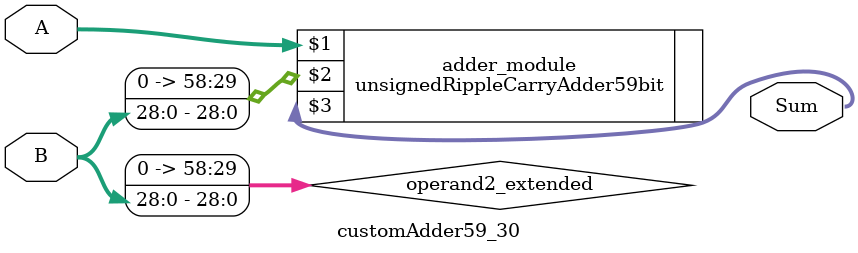
<source format=v>
module customAdder59_30(
                        input [58 : 0] A,
                        input [28 : 0] B,
                        
                        output [59 : 0] Sum
                );

        wire [58 : 0] operand2_extended;
        
        assign operand2_extended =  {30'b0, B};
        
        unsignedRippleCarryAdder59bit adder_module(
            A,
            operand2_extended,
            Sum
        );
        
        endmodule
        
</source>
